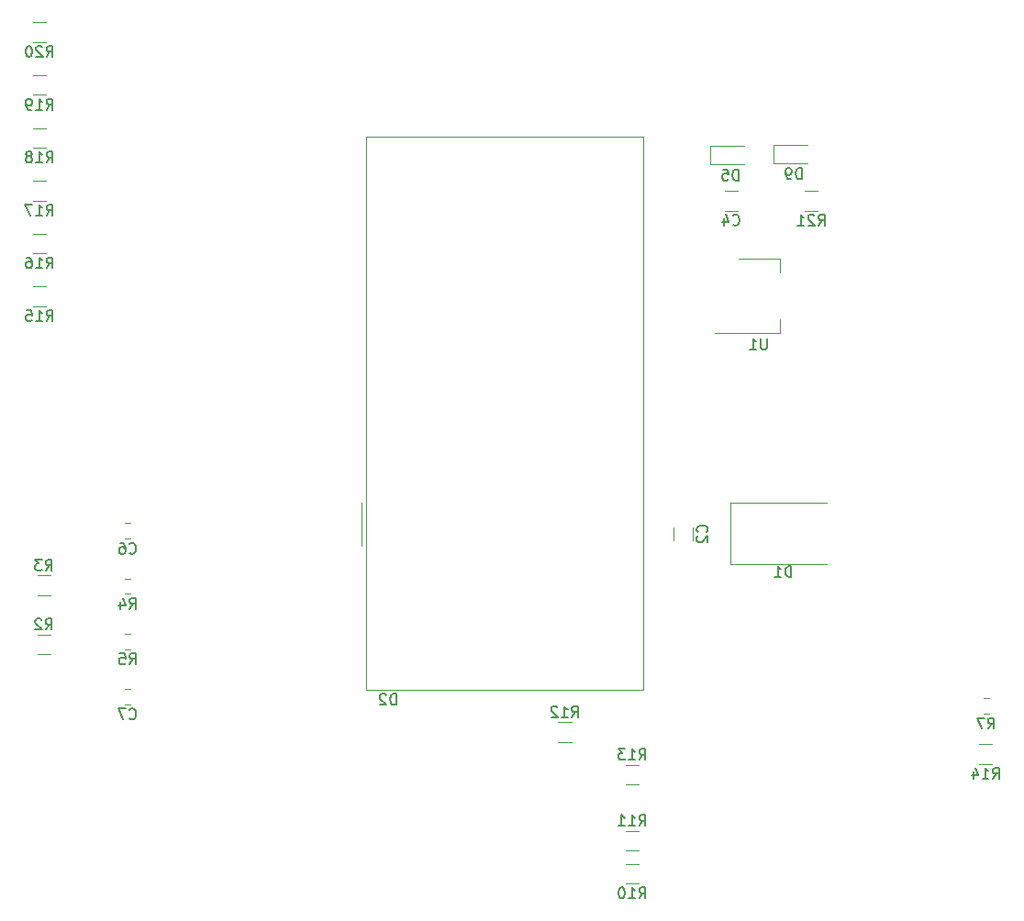
<source format=gbr>
G04 #@! TF.GenerationSoftware,KiCad,Pcbnew,(5.0.2)-1*
G04 #@! TF.CreationDate,2019-01-24T14:04:28+03:00*
G04 #@! TF.ProjectId,xmc_1300,786d635f-3133-4303-902e-6b696361645f,rev?*
G04 #@! TF.SameCoordinates,Original*
G04 #@! TF.FileFunction,Legend,Bot*
G04 #@! TF.FilePolarity,Positive*
%FSLAX46Y46*%
G04 Gerber Fmt 4.6, Leading zero omitted, Abs format (unit mm)*
G04 Created by KiCad (PCBNEW (5.0.2)-1) date 24.01.2019 14:04:28*
%MOMM*%
%LPD*%
G01*
G04 APERTURE LIST*
%ADD10C,0.120000*%
%ADD11C,0.150000*%
G04 APERTURE END LIST*
D10*
G04 #@! TO.C,C2*
X143150000Y-99154064D02*
X143150000Y-97949936D01*
X141330000Y-99154064D02*
X141330000Y-97949936D01*
G04 #@! TO.C,C4*
X146060318Y-66911856D02*
X147264446Y-66911856D01*
X146060318Y-68731856D02*
X147264446Y-68731856D01*
G04 #@! TO.C,C6*
X90721189Y-99008000D02*
X91243693Y-99008000D01*
X90721189Y-97588000D02*
X91243693Y-97588000D01*
G04 #@! TO.C,C7*
X90721189Y-112876327D02*
X91243693Y-112876327D01*
X90721189Y-114296327D02*
X91243693Y-114296327D01*
G04 #@! TO.C,D1*
X146624000Y-95717000D02*
X155484000Y-95717000D01*
X146624000Y-101387000D02*
X146624000Y-95717000D01*
X155484000Y-101387000D02*
X146624000Y-101387000D01*
G04 #@! TO.C,D2*
X112950000Y-61943000D02*
X112950000Y-112983000D01*
X138550000Y-61943000D02*
X112950000Y-61943000D01*
X138550000Y-112983000D02*
X138550000Y-61943000D01*
X112950000Y-112983000D02*
X138550000Y-112983000D01*
X112570000Y-99663000D02*
X112570000Y-95663000D01*
G04 #@! TO.C,D5*
X144725882Y-64480856D02*
X144725882Y-62780856D01*
X144725882Y-62780856D02*
X147875882Y-62780856D01*
X144725882Y-64480856D02*
X147875882Y-64480856D01*
G04 #@! TO.C,D9*
X150567882Y-64353856D02*
X153717882Y-64353856D01*
X150567882Y-62653856D02*
X153717882Y-62653856D01*
X150567882Y-64353856D02*
X150567882Y-62653856D01*
G04 #@! TO.C,R2*
X83846505Y-109670327D02*
X82642377Y-109670327D01*
X83846505Y-107850327D02*
X82642377Y-107850327D01*
G04 #@! TO.C,R3*
X83846505Y-102389327D02*
X82642377Y-102389327D01*
X83846505Y-104209327D02*
X82642377Y-104209327D01*
G04 #@! TO.C,R4*
X90721189Y-104104109D02*
X91243693Y-104104109D01*
X90721189Y-102684109D02*
X91243693Y-102684109D01*
G04 #@! TO.C,R5*
X90721189Y-109200218D02*
X91243693Y-109200218D01*
X90721189Y-107780218D02*
X91243693Y-107780218D01*
G04 #@! TO.C,R7*
X169938748Y-113737780D02*
X170461252Y-113737780D01*
X169938748Y-115157780D02*
X170461252Y-115157780D01*
G04 #@! TO.C,R10*
X136938936Y-130831000D02*
X138143064Y-130831000D01*
X136938936Y-129011000D02*
X138143064Y-129011000D01*
G04 #@! TO.C,R11*
X138143064Y-127783000D02*
X136938936Y-127783000D01*
X138143064Y-125963000D02*
X136938936Y-125963000D01*
G04 #@! TO.C,R12*
X131920064Y-115930000D02*
X130715936Y-115930000D01*
X131920064Y-117750000D02*
X130715936Y-117750000D01*
G04 #@! TO.C,R13*
X138143064Y-121687000D02*
X136938936Y-121687000D01*
X138143064Y-119867000D02*
X136938936Y-119867000D01*
G04 #@! TO.C,R14*
X169567936Y-117978780D02*
X170772064Y-117978780D01*
X169567936Y-119798780D02*
X170772064Y-119798780D01*
G04 #@! TO.C,R15*
X82243356Y-77557837D02*
X83447484Y-77557837D01*
X82243356Y-75737837D02*
X83447484Y-75737837D01*
G04 #@! TO.C,R16*
X82243356Y-72681037D02*
X83447484Y-72681037D01*
X82243356Y-70861037D02*
X83447484Y-70861037D01*
G04 #@! TO.C,R17*
X82243356Y-65984237D02*
X83447484Y-65984237D01*
X82243356Y-67804237D02*
X83447484Y-67804237D01*
G04 #@! TO.C,R18*
X82243356Y-62927437D02*
X83447484Y-62927437D01*
X82243356Y-61107437D02*
X83447484Y-61107437D01*
G04 #@! TO.C,R19*
X82243356Y-56230637D02*
X83447484Y-56230637D01*
X82243356Y-58050637D02*
X83447484Y-58050637D01*
G04 #@! TO.C,R20*
X82243356Y-53173837D02*
X83447484Y-53173837D01*
X82243356Y-51353837D02*
X83447484Y-51353837D01*
G04 #@! TO.C,R21*
X153485436Y-66908000D02*
X154689564Y-66908000D01*
X153485436Y-68728000D02*
X154689564Y-68728000D01*
G04 #@! TO.C,U1*
X151135000Y-73171000D02*
X151135000Y-74431000D01*
X151135000Y-79991000D02*
X151135000Y-78731000D01*
X147375000Y-73171000D02*
X151135000Y-73171000D01*
X145125000Y-79991000D02*
X151135000Y-79991000D01*
G04 #@! TO.C,C2*
D11*
X144417142Y-98385333D02*
X144464761Y-98337714D01*
X144512380Y-98194857D01*
X144512380Y-98099619D01*
X144464761Y-97956761D01*
X144369523Y-97861523D01*
X144274285Y-97813904D01*
X144083809Y-97766285D01*
X143940952Y-97766285D01*
X143750476Y-97813904D01*
X143655238Y-97861523D01*
X143560000Y-97956761D01*
X143512380Y-98099619D01*
X143512380Y-98194857D01*
X143560000Y-98337714D01*
X143607619Y-98385333D01*
X143607619Y-98766285D02*
X143560000Y-98813904D01*
X143512380Y-98909142D01*
X143512380Y-99147238D01*
X143560000Y-99242476D01*
X143607619Y-99290095D01*
X143702857Y-99337714D01*
X143798095Y-99337714D01*
X143940952Y-99290095D01*
X144512380Y-98718666D01*
X144512380Y-99337714D01*
G04 #@! TO.C,C4*
X146829048Y-69998998D02*
X146876667Y-70046617D01*
X147019524Y-70094236D01*
X147114762Y-70094236D01*
X147257620Y-70046617D01*
X147352858Y-69951379D01*
X147400477Y-69856141D01*
X147448096Y-69665665D01*
X147448096Y-69522808D01*
X147400477Y-69332332D01*
X147352858Y-69237094D01*
X147257620Y-69141856D01*
X147114762Y-69094236D01*
X147019524Y-69094236D01*
X146876667Y-69141856D01*
X146829048Y-69189475D01*
X145971905Y-69427570D02*
X145971905Y-70094236D01*
X146210001Y-69046617D02*
X146448096Y-69760903D01*
X145829048Y-69760903D01*
G04 #@! TO.C,C6*
X91149107Y-100305142D02*
X91196726Y-100352761D01*
X91339583Y-100400380D01*
X91434821Y-100400380D01*
X91577679Y-100352761D01*
X91672917Y-100257523D01*
X91720536Y-100162285D01*
X91768155Y-99971809D01*
X91768155Y-99828952D01*
X91720536Y-99638476D01*
X91672917Y-99543238D01*
X91577679Y-99448000D01*
X91434821Y-99400380D01*
X91339583Y-99400380D01*
X91196726Y-99448000D01*
X91149107Y-99495619D01*
X90291964Y-99400380D02*
X90482441Y-99400380D01*
X90577679Y-99448000D01*
X90625298Y-99495619D01*
X90720536Y-99638476D01*
X90768155Y-99828952D01*
X90768155Y-100209904D01*
X90720536Y-100305142D01*
X90672917Y-100352761D01*
X90577679Y-100400380D01*
X90387202Y-100400380D01*
X90291964Y-100352761D01*
X90244345Y-100305142D01*
X90196726Y-100209904D01*
X90196726Y-99971809D01*
X90244345Y-99876571D01*
X90291964Y-99828952D01*
X90387202Y-99781333D01*
X90577679Y-99781333D01*
X90672917Y-99828952D01*
X90720536Y-99876571D01*
X90768155Y-99971809D01*
G04 #@! TO.C,C7*
X91149107Y-115593469D02*
X91196726Y-115641088D01*
X91339583Y-115688707D01*
X91434821Y-115688707D01*
X91577679Y-115641088D01*
X91672917Y-115545850D01*
X91720536Y-115450612D01*
X91768155Y-115260136D01*
X91768155Y-115117279D01*
X91720536Y-114926803D01*
X91672917Y-114831565D01*
X91577679Y-114736327D01*
X91434821Y-114688707D01*
X91339583Y-114688707D01*
X91196726Y-114736327D01*
X91149107Y-114783946D01*
X90815774Y-114688707D02*
X90149107Y-114688707D01*
X90577679Y-115688707D01*
G04 #@! TO.C,D1*
X152222095Y-102524380D02*
X152222095Y-101524380D01*
X151984000Y-101524380D01*
X151841142Y-101572000D01*
X151745904Y-101667238D01*
X151698285Y-101762476D01*
X151650666Y-101952952D01*
X151650666Y-102095809D01*
X151698285Y-102286285D01*
X151745904Y-102381523D01*
X151841142Y-102476761D01*
X151984000Y-102524380D01*
X152222095Y-102524380D01*
X150698285Y-102524380D02*
X151269714Y-102524380D01*
X150984000Y-102524380D02*
X150984000Y-101524380D01*
X151079238Y-101667238D01*
X151174476Y-101762476D01*
X151269714Y-101810095D01*
G04 #@! TO.C,D2*
X115768095Y-114335380D02*
X115768095Y-113335380D01*
X115530000Y-113335380D01*
X115387142Y-113383000D01*
X115291904Y-113478238D01*
X115244285Y-113573476D01*
X115196666Y-113763952D01*
X115196666Y-113906809D01*
X115244285Y-114097285D01*
X115291904Y-114192523D01*
X115387142Y-114287761D01*
X115530000Y-114335380D01*
X115768095Y-114335380D01*
X114815714Y-113430619D02*
X114768095Y-113383000D01*
X114672857Y-113335380D01*
X114434761Y-113335380D01*
X114339523Y-113383000D01*
X114291904Y-113430619D01*
X114244285Y-113525857D01*
X114244285Y-113621095D01*
X114291904Y-113763952D01*
X114863333Y-114335380D01*
X114244285Y-114335380D01*
G04 #@! TO.C,D5*
X147363977Y-65933236D02*
X147363977Y-64933236D01*
X147125882Y-64933236D01*
X146983024Y-64980856D01*
X146887786Y-65076094D01*
X146840167Y-65171332D01*
X146792548Y-65361808D01*
X146792548Y-65504665D01*
X146840167Y-65695141D01*
X146887786Y-65790379D01*
X146983024Y-65885617D01*
X147125882Y-65933236D01*
X147363977Y-65933236D01*
X145887786Y-64933236D02*
X146363977Y-64933236D01*
X146411596Y-65409427D01*
X146363977Y-65361808D01*
X146268739Y-65314189D01*
X146030643Y-65314189D01*
X145935405Y-65361808D01*
X145887786Y-65409427D01*
X145840167Y-65504665D01*
X145840167Y-65742760D01*
X145887786Y-65837998D01*
X145935405Y-65885617D01*
X146030643Y-65933236D01*
X146268739Y-65933236D01*
X146363977Y-65885617D01*
X146411596Y-65837998D01*
G04 #@! TO.C,D9*
X153205977Y-65806236D02*
X153205977Y-64806236D01*
X152967882Y-64806236D01*
X152825024Y-64853856D01*
X152729786Y-64949094D01*
X152682167Y-65044332D01*
X152634548Y-65234808D01*
X152634548Y-65377665D01*
X152682167Y-65568141D01*
X152729786Y-65663379D01*
X152825024Y-65758617D01*
X152967882Y-65806236D01*
X153205977Y-65806236D01*
X152158358Y-65806236D02*
X151967882Y-65806236D01*
X151872643Y-65758617D01*
X151825024Y-65710998D01*
X151729786Y-65568141D01*
X151682167Y-65377665D01*
X151682167Y-64996713D01*
X151729786Y-64901475D01*
X151777405Y-64853856D01*
X151872643Y-64806236D01*
X152063120Y-64806236D01*
X152158358Y-64853856D01*
X152205977Y-64901475D01*
X152253596Y-64996713D01*
X152253596Y-65234808D01*
X152205977Y-65330046D01*
X152158358Y-65377665D01*
X152063120Y-65425284D01*
X151872643Y-65425284D01*
X151777405Y-65377665D01*
X151729786Y-65330046D01*
X151682167Y-65234808D01*
G04 #@! TO.C,R2*
X83411107Y-107392707D02*
X83744441Y-106916517D01*
X83982536Y-107392707D02*
X83982536Y-106392707D01*
X83601583Y-106392707D01*
X83506345Y-106440327D01*
X83458726Y-106487946D01*
X83411107Y-106583184D01*
X83411107Y-106726041D01*
X83458726Y-106821279D01*
X83506345Y-106868898D01*
X83601583Y-106916517D01*
X83982536Y-106916517D01*
X83030155Y-106487946D02*
X82982536Y-106440327D01*
X82887298Y-106392707D01*
X82649202Y-106392707D01*
X82553964Y-106440327D01*
X82506345Y-106487946D01*
X82458726Y-106583184D01*
X82458726Y-106678422D01*
X82506345Y-106821279D01*
X83077774Y-107392707D01*
X82458726Y-107392707D01*
G04 #@! TO.C,R3*
X83411107Y-101931707D02*
X83744441Y-101455517D01*
X83982536Y-101931707D02*
X83982536Y-100931707D01*
X83601583Y-100931707D01*
X83506345Y-100979327D01*
X83458726Y-101026946D01*
X83411107Y-101122184D01*
X83411107Y-101265041D01*
X83458726Y-101360279D01*
X83506345Y-101407898D01*
X83601583Y-101455517D01*
X83982536Y-101455517D01*
X83077774Y-100931707D02*
X82458726Y-100931707D01*
X82792060Y-101312660D01*
X82649202Y-101312660D01*
X82553964Y-101360279D01*
X82506345Y-101407898D01*
X82458726Y-101503136D01*
X82458726Y-101741231D01*
X82506345Y-101836469D01*
X82553964Y-101884088D01*
X82649202Y-101931707D01*
X82934917Y-101931707D01*
X83030155Y-101884088D01*
X83077774Y-101836469D01*
G04 #@! TO.C,R4*
X91149107Y-105496489D02*
X91482441Y-105020299D01*
X91720536Y-105496489D02*
X91720536Y-104496489D01*
X91339583Y-104496489D01*
X91244345Y-104544109D01*
X91196726Y-104591728D01*
X91149107Y-104686966D01*
X91149107Y-104829823D01*
X91196726Y-104925061D01*
X91244345Y-104972680D01*
X91339583Y-105020299D01*
X91720536Y-105020299D01*
X90291964Y-104829823D02*
X90291964Y-105496489D01*
X90530060Y-104448870D02*
X90768155Y-105163156D01*
X90149107Y-105163156D01*
G04 #@! TO.C,R5*
X91149107Y-110592598D02*
X91482441Y-110116408D01*
X91720536Y-110592598D02*
X91720536Y-109592598D01*
X91339583Y-109592598D01*
X91244345Y-109640218D01*
X91196726Y-109687837D01*
X91149107Y-109783075D01*
X91149107Y-109925932D01*
X91196726Y-110021170D01*
X91244345Y-110068789D01*
X91339583Y-110116408D01*
X91720536Y-110116408D01*
X90244345Y-109592598D02*
X90720536Y-109592598D01*
X90768155Y-110068789D01*
X90720536Y-110021170D01*
X90625298Y-109973551D01*
X90387202Y-109973551D01*
X90291964Y-110021170D01*
X90244345Y-110068789D01*
X90196726Y-110164027D01*
X90196726Y-110402122D01*
X90244345Y-110497360D01*
X90291964Y-110544979D01*
X90387202Y-110592598D01*
X90625298Y-110592598D01*
X90720536Y-110544979D01*
X90768155Y-110497360D01*
G04 #@! TO.C,R7*
X170366666Y-116550160D02*
X170700000Y-116073970D01*
X170938095Y-116550160D02*
X170938095Y-115550160D01*
X170557142Y-115550160D01*
X170461904Y-115597780D01*
X170414285Y-115645399D01*
X170366666Y-115740637D01*
X170366666Y-115883494D01*
X170414285Y-115978732D01*
X170461904Y-116026351D01*
X170557142Y-116073970D01*
X170938095Y-116073970D01*
X170033333Y-115550160D02*
X169366666Y-115550160D01*
X169795238Y-116550160D01*
G04 #@! TO.C,R10*
X138183857Y-132193380D02*
X138517190Y-131717190D01*
X138755285Y-132193380D02*
X138755285Y-131193380D01*
X138374333Y-131193380D01*
X138279095Y-131241000D01*
X138231476Y-131288619D01*
X138183857Y-131383857D01*
X138183857Y-131526714D01*
X138231476Y-131621952D01*
X138279095Y-131669571D01*
X138374333Y-131717190D01*
X138755285Y-131717190D01*
X137231476Y-132193380D02*
X137802904Y-132193380D01*
X137517190Y-132193380D02*
X137517190Y-131193380D01*
X137612428Y-131336238D01*
X137707666Y-131431476D01*
X137802904Y-131479095D01*
X136612428Y-131193380D02*
X136517190Y-131193380D01*
X136421952Y-131241000D01*
X136374333Y-131288619D01*
X136326714Y-131383857D01*
X136279095Y-131574333D01*
X136279095Y-131812428D01*
X136326714Y-132002904D01*
X136374333Y-132098142D01*
X136421952Y-132145761D01*
X136517190Y-132193380D01*
X136612428Y-132193380D01*
X136707666Y-132145761D01*
X136755285Y-132098142D01*
X136802904Y-132002904D01*
X136850523Y-131812428D01*
X136850523Y-131574333D01*
X136802904Y-131383857D01*
X136755285Y-131288619D01*
X136707666Y-131241000D01*
X136612428Y-131193380D01*
G04 #@! TO.C,R11*
X138183857Y-125505380D02*
X138517190Y-125029190D01*
X138755285Y-125505380D02*
X138755285Y-124505380D01*
X138374333Y-124505380D01*
X138279095Y-124553000D01*
X138231476Y-124600619D01*
X138183857Y-124695857D01*
X138183857Y-124838714D01*
X138231476Y-124933952D01*
X138279095Y-124981571D01*
X138374333Y-125029190D01*
X138755285Y-125029190D01*
X137231476Y-125505380D02*
X137802904Y-125505380D01*
X137517190Y-125505380D02*
X137517190Y-124505380D01*
X137612428Y-124648238D01*
X137707666Y-124743476D01*
X137802904Y-124791095D01*
X136279095Y-125505380D02*
X136850523Y-125505380D01*
X136564809Y-125505380D02*
X136564809Y-124505380D01*
X136660047Y-124648238D01*
X136755285Y-124743476D01*
X136850523Y-124791095D01*
G04 #@! TO.C,R12*
X131960857Y-115472380D02*
X132294190Y-114996190D01*
X132532285Y-115472380D02*
X132532285Y-114472380D01*
X132151333Y-114472380D01*
X132056095Y-114520000D01*
X132008476Y-114567619D01*
X131960857Y-114662857D01*
X131960857Y-114805714D01*
X132008476Y-114900952D01*
X132056095Y-114948571D01*
X132151333Y-114996190D01*
X132532285Y-114996190D01*
X131008476Y-115472380D02*
X131579904Y-115472380D01*
X131294190Y-115472380D02*
X131294190Y-114472380D01*
X131389428Y-114615238D01*
X131484666Y-114710476D01*
X131579904Y-114758095D01*
X130627523Y-114567619D02*
X130579904Y-114520000D01*
X130484666Y-114472380D01*
X130246571Y-114472380D01*
X130151333Y-114520000D01*
X130103714Y-114567619D01*
X130056095Y-114662857D01*
X130056095Y-114758095D01*
X130103714Y-114900952D01*
X130675142Y-115472380D01*
X130056095Y-115472380D01*
G04 #@! TO.C,R13*
X138183857Y-119409380D02*
X138517190Y-118933190D01*
X138755285Y-119409380D02*
X138755285Y-118409380D01*
X138374333Y-118409380D01*
X138279095Y-118457000D01*
X138231476Y-118504619D01*
X138183857Y-118599857D01*
X138183857Y-118742714D01*
X138231476Y-118837952D01*
X138279095Y-118885571D01*
X138374333Y-118933190D01*
X138755285Y-118933190D01*
X137231476Y-119409380D02*
X137802904Y-119409380D01*
X137517190Y-119409380D02*
X137517190Y-118409380D01*
X137612428Y-118552238D01*
X137707666Y-118647476D01*
X137802904Y-118695095D01*
X136898142Y-118409380D02*
X136279095Y-118409380D01*
X136612428Y-118790333D01*
X136469571Y-118790333D01*
X136374333Y-118837952D01*
X136326714Y-118885571D01*
X136279095Y-118980809D01*
X136279095Y-119218904D01*
X136326714Y-119314142D01*
X136374333Y-119361761D01*
X136469571Y-119409380D01*
X136755285Y-119409380D01*
X136850523Y-119361761D01*
X136898142Y-119314142D01*
G04 #@! TO.C,R14*
X170812857Y-121161160D02*
X171146190Y-120684970D01*
X171384285Y-121161160D02*
X171384285Y-120161160D01*
X171003333Y-120161160D01*
X170908095Y-120208780D01*
X170860476Y-120256399D01*
X170812857Y-120351637D01*
X170812857Y-120494494D01*
X170860476Y-120589732D01*
X170908095Y-120637351D01*
X171003333Y-120684970D01*
X171384285Y-120684970D01*
X169860476Y-121161160D02*
X170431904Y-121161160D01*
X170146190Y-121161160D02*
X170146190Y-120161160D01*
X170241428Y-120304018D01*
X170336666Y-120399256D01*
X170431904Y-120446875D01*
X169003333Y-120494494D02*
X169003333Y-121161160D01*
X169241428Y-120113541D02*
X169479523Y-120827827D01*
X168860476Y-120827827D01*
G04 #@! TO.C,R15*
X83488277Y-78920217D02*
X83821610Y-78444027D01*
X84059705Y-78920217D02*
X84059705Y-77920217D01*
X83678753Y-77920217D01*
X83583515Y-77967837D01*
X83535896Y-78015456D01*
X83488277Y-78110694D01*
X83488277Y-78253551D01*
X83535896Y-78348789D01*
X83583515Y-78396408D01*
X83678753Y-78444027D01*
X84059705Y-78444027D01*
X82535896Y-78920217D02*
X83107324Y-78920217D01*
X82821610Y-78920217D02*
X82821610Y-77920217D01*
X82916848Y-78063075D01*
X83012086Y-78158313D01*
X83107324Y-78205932D01*
X81631134Y-77920217D02*
X82107324Y-77920217D01*
X82154943Y-78396408D01*
X82107324Y-78348789D01*
X82012086Y-78301170D01*
X81773991Y-78301170D01*
X81678753Y-78348789D01*
X81631134Y-78396408D01*
X81583515Y-78491646D01*
X81583515Y-78729741D01*
X81631134Y-78824979D01*
X81678753Y-78872598D01*
X81773991Y-78920217D01*
X82012086Y-78920217D01*
X82107324Y-78872598D01*
X82154943Y-78824979D01*
G04 #@! TO.C,R16*
X83488277Y-74043417D02*
X83821610Y-73567227D01*
X84059705Y-74043417D02*
X84059705Y-73043417D01*
X83678753Y-73043417D01*
X83583515Y-73091037D01*
X83535896Y-73138656D01*
X83488277Y-73233894D01*
X83488277Y-73376751D01*
X83535896Y-73471989D01*
X83583515Y-73519608D01*
X83678753Y-73567227D01*
X84059705Y-73567227D01*
X82535896Y-74043417D02*
X83107324Y-74043417D01*
X82821610Y-74043417D02*
X82821610Y-73043417D01*
X82916848Y-73186275D01*
X83012086Y-73281513D01*
X83107324Y-73329132D01*
X81678753Y-73043417D02*
X81869229Y-73043417D01*
X81964467Y-73091037D01*
X82012086Y-73138656D01*
X82107324Y-73281513D01*
X82154943Y-73471989D01*
X82154943Y-73852941D01*
X82107324Y-73948179D01*
X82059705Y-73995798D01*
X81964467Y-74043417D01*
X81773991Y-74043417D01*
X81678753Y-73995798D01*
X81631134Y-73948179D01*
X81583515Y-73852941D01*
X81583515Y-73614846D01*
X81631134Y-73519608D01*
X81678753Y-73471989D01*
X81773991Y-73424370D01*
X81964467Y-73424370D01*
X82059705Y-73471989D01*
X82107324Y-73519608D01*
X82154943Y-73614846D01*
G04 #@! TO.C,R17*
X83488277Y-69166617D02*
X83821610Y-68690427D01*
X84059705Y-69166617D02*
X84059705Y-68166617D01*
X83678753Y-68166617D01*
X83583515Y-68214237D01*
X83535896Y-68261856D01*
X83488277Y-68357094D01*
X83488277Y-68499951D01*
X83535896Y-68595189D01*
X83583515Y-68642808D01*
X83678753Y-68690427D01*
X84059705Y-68690427D01*
X82535896Y-69166617D02*
X83107324Y-69166617D01*
X82821610Y-69166617D02*
X82821610Y-68166617D01*
X82916848Y-68309475D01*
X83012086Y-68404713D01*
X83107324Y-68452332D01*
X82202562Y-68166617D02*
X81535896Y-68166617D01*
X81964467Y-69166617D01*
G04 #@! TO.C,R18*
X83488277Y-64289817D02*
X83821610Y-63813627D01*
X84059705Y-64289817D02*
X84059705Y-63289817D01*
X83678753Y-63289817D01*
X83583515Y-63337437D01*
X83535896Y-63385056D01*
X83488277Y-63480294D01*
X83488277Y-63623151D01*
X83535896Y-63718389D01*
X83583515Y-63766008D01*
X83678753Y-63813627D01*
X84059705Y-63813627D01*
X82535896Y-64289817D02*
X83107324Y-64289817D01*
X82821610Y-64289817D02*
X82821610Y-63289817D01*
X82916848Y-63432675D01*
X83012086Y-63527913D01*
X83107324Y-63575532D01*
X81964467Y-63718389D02*
X82059705Y-63670770D01*
X82107324Y-63623151D01*
X82154943Y-63527913D01*
X82154943Y-63480294D01*
X82107324Y-63385056D01*
X82059705Y-63337437D01*
X81964467Y-63289817D01*
X81773991Y-63289817D01*
X81678753Y-63337437D01*
X81631134Y-63385056D01*
X81583515Y-63480294D01*
X81583515Y-63527913D01*
X81631134Y-63623151D01*
X81678753Y-63670770D01*
X81773991Y-63718389D01*
X81964467Y-63718389D01*
X82059705Y-63766008D01*
X82107324Y-63813627D01*
X82154943Y-63908865D01*
X82154943Y-64099341D01*
X82107324Y-64194579D01*
X82059705Y-64242198D01*
X81964467Y-64289817D01*
X81773991Y-64289817D01*
X81678753Y-64242198D01*
X81631134Y-64194579D01*
X81583515Y-64099341D01*
X81583515Y-63908865D01*
X81631134Y-63813627D01*
X81678753Y-63766008D01*
X81773991Y-63718389D01*
G04 #@! TO.C,R19*
X83488277Y-59413017D02*
X83821610Y-58936827D01*
X84059705Y-59413017D02*
X84059705Y-58413017D01*
X83678753Y-58413017D01*
X83583515Y-58460637D01*
X83535896Y-58508256D01*
X83488277Y-58603494D01*
X83488277Y-58746351D01*
X83535896Y-58841589D01*
X83583515Y-58889208D01*
X83678753Y-58936827D01*
X84059705Y-58936827D01*
X82535896Y-59413017D02*
X83107324Y-59413017D01*
X82821610Y-59413017D02*
X82821610Y-58413017D01*
X82916848Y-58555875D01*
X83012086Y-58651113D01*
X83107324Y-58698732D01*
X82059705Y-59413017D02*
X81869229Y-59413017D01*
X81773991Y-59365398D01*
X81726372Y-59317779D01*
X81631134Y-59174922D01*
X81583515Y-58984446D01*
X81583515Y-58603494D01*
X81631134Y-58508256D01*
X81678753Y-58460637D01*
X81773991Y-58413017D01*
X81964467Y-58413017D01*
X82059705Y-58460637D01*
X82107324Y-58508256D01*
X82154943Y-58603494D01*
X82154943Y-58841589D01*
X82107324Y-58936827D01*
X82059705Y-58984446D01*
X81964467Y-59032065D01*
X81773991Y-59032065D01*
X81678753Y-58984446D01*
X81631134Y-58936827D01*
X81583515Y-58841589D01*
G04 #@! TO.C,R20*
X83488277Y-54536217D02*
X83821610Y-54060027D01*
X84059705Y-54536217D02*
X84059705Y-53536217D01*
X83678753Y-53536217D01*
X83583515Y-53583837D01*
X83535896Y-53631456D01*
X83488277Y-53726694D01*
X83488277Y-53869551D01*
X83535896Y-53964789D01*
X83583515Y-54012408D01*
X83678753Y-54060027D01*
X84059705Y-54060027D01*
X83107324Y-53631456D02*
X83059705Y-53583837D01*
X82964467Y-53536217D01*
X82726372Y-53536217D01*
X82631134Y-53583837D01*
X82583515Y-53631456D01*
X82535896Y-53726694D01*
X82535896Y-53821932D01*
X82583515Y-53964789D01*
X83154943Y-54536217D01*
X82535896Y-54536217D01*
X81916848Y-53536217D02*
X81821610Y-53536217D01*
X81726372Y-53583837D01*
X81678753Y-53631456D01*
X81631134Y-53726694D01*
X81583515Y-53917170D01*
X81583515Y-54155265D01*
X81631134Y-54345741D01*
X81678753Y-54440979D01*
X81726372Y-54488598D01*
X81821610Y-54536217D01*
X81916848Y-54536217D01*
X82012086Y-54488598D01*
X82059705Y-54440979D01*
X82107324Y-54345741D01*
X82154943Y-54155265D01*
X82154943Y-53917170D01*
X82107324Y-53726694D01*
X82059705Y-53631456D01*
X82012086Y-53583837D01*
X81916848Y-53536217D01*
G04 #@! TO.C,R21*
X154730357Y-70090380D02*
X155063690Y-69614190D01*
X155301785Y-70090380D02*
X155301785Y-69090380D01*
X154920833Y-69090380D01*
X154825595Y-69138000D01*
X154777976Y-69185619D01*
X154730357Y-69280857D01*
X154730357Y-69423714D01*
X154777976Y-69518952D01*
X154825595Y-69566571D01*
X154920833Y-69614190D01*
X155301785Y-69614190D01*
X154349404Y-69185619D02*
X154301785Y-69138000D01*
X154206547Y-69090380D01*
X153968452Y-69090380D01*
X153873214Y-69138000D01*
X153825595Y-69185619D01*
X153777976Y-69280857D01*
X153777976Y-69376095D01*
X153825595Y-69518952D01*
X154397023Y-70090380D01*
X153777976Y-70090380D01*
X152825595Y-70090380D02*
X153397023Y-70090380D01*
X153111309Y-70090380D02*
X153111309Y-69090380D01*
X153206547Y-69233238D01*
X153301785Y-69328476D01*
X153397023Y-69376095D01*
G04 #@! TO.C,U1*
X149986904Y-80533380D02*
X149986904Y-81342904D01*
X149939285Y-81438142D01*
X149891666Y-81485761D01*
X149796428Y-81533380D01*
X149605952Y-81533380D01*
X149510714Y-81485761D01*
X149463095Y-81438142D01*
X149415476Y-81342904D01*
X149415476Y-80533380D01*
X148415476Y-81533380D02*
X148986904Y-81533380D01*
X148701190Y-81533380D02*
X148701190Y-80533380D01*
X148796428Y-80676238D01*
X148891666Y-80771476D01*
X148986904Y-80819095D01*
G04 #@! TD*
M02*

</source>
